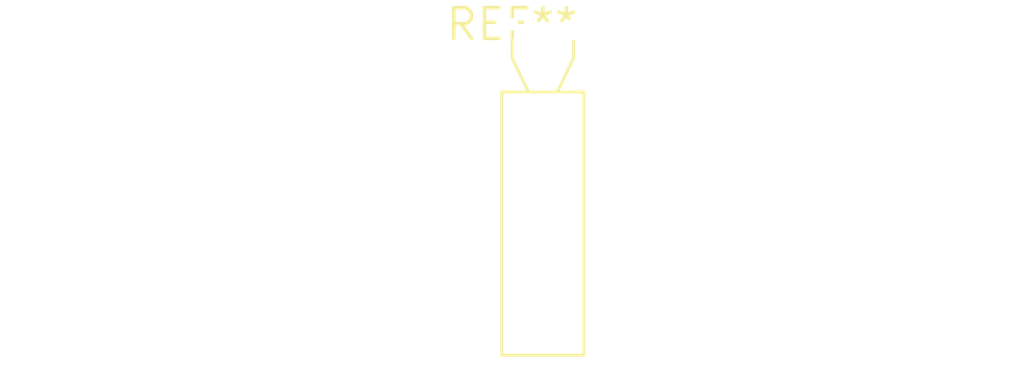
<source format=kicad_pcb>
(kicad_pcb (version 20240108) (generator pcbnew)
  (layers (0 "F.Cu" signal) (31 "B.Cu" signal) (34 "B.Paste" user) (35 "F.Paste" user) (36 "B.SilkS" user "B.Silkscreen") (37 "F.SilkS" user "F.Silkscreen") (38 "B.Mask" user) (39 "F.Mask" user) (44 "Edge.Cuts" user))
  (net 0 "")
  (footprint "Crystal_AT310_D3.0mm_L10.0mm_Horizontal" (layer "F.Cu") (at 0 0)
    (property "Reference" "REF**")
    (property "Value" "Crystal_AT310_D3.0mm_L10.0mm_Horizontal")
    (fp_line (start -0.43 2.8) (end -0.43 13.7) (layer "F.SilkS") (stroke (width 0.12)))
    (fp_line (start -0.43 13.7) (end 2.97 13.7) (layer "F.SilkS") (stroke (width 0.12)))
    (fp_line (start 0 1.4) (end 0 0.7) (layer "F.SilkS") (stroke (width 0.12)))
    (fp_line (start 0.67 2.8) (end 0 1.4) (layer "F.SilkS") (stroke (width 0.12)))
    (fp_line (start 1.87 2.8) (end 2.54 1.4) (layer "F.SilkS") (stroke (width 0.12)))
    (fp_line (start 2.54 1.4) (end 2.54 0.7) (layer "F.SilkS") (stroke (width 0.12)))
    (fp_line (start 2.97 2.8) (end -0.43 2.8) (layer "F.SilkS") (stroke (width 0.12)))
    (fp_line (start 2.97 13.7) (end 2.97 2.8) (layer "F.SilkS") (stroke (width 0.12)))
    (pad "1" thru_hole circle (at 0 0) (size 1 1) (drill 0.5) (layers *.Cu *.Mask) (remove_unused_layers))
    (pad "2" thru_hole circle (at 2.54 0) (size 1 1) (drill 0.5) (layers *.Cu *.Mask) (remove_unused_layers))
  )
)
</source>
